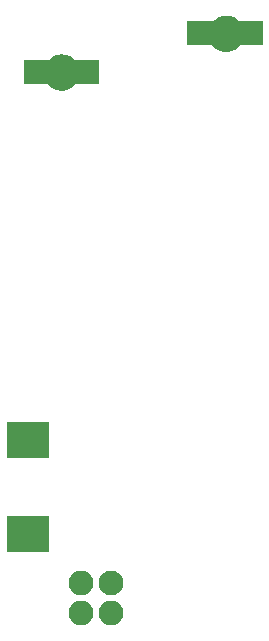
<source format=gbs>
G04 #@! TF.FileFunction,Soldermask,Bot*
%FSLAX46Y46*%
G04 Gerber Fmt 4.6, Leading zero omitted, Abs format (unit mm)*
G04 Created by KiCad (PCBNEW 4.0.7) date 07/19/18 08:55:47*
%MOMM*%
%LPD*%
G01*
G04 APERTURE LIST*
%ADD10C,0.100000*%
%ADD11C,0.010000*%
%ADD12R,2.400000X2.100000*%
%ADD13R,3.600000X3.100000*%
%ADD14C,2.100000*%
%ADD15O,2.100000X2.100000*%
G04 APERTURE END LIST*
D10*
D11*
G36*
X151218531Y-81466120D02*
X151434296Y-81511356D01*
X151641222Y-81587606D01*
X151835480Y-81693827D01*
X152013244Y-81828972D01*
X152170682Y-81991996D01*
X152303968Y-82181854D01*
X152409272Y-82397499D01*
X152471982Y-82592544D01*
X152506395Y-82795409D01*
X152513138Y-83010380D01*
X152492197Y-83219621D01*
X152472634Y-83311508D01*
X152393066Y-83540729D01*
X152277545Y-83754357D01*
X152130343Y-83947084D01*
X151955734Y-84113602D01*
X151757991Y-84248603D01*
X151688800Y-84285130D01*
X151585335Y-84331699D01*
X151476174Y-84373871D01*
X151378478Y-84405269D01*
X151339550Y-84414882D01*
X151191874Y-84435801D01*
X151026210Y-84443290D01*
X150861362Y-84437329D01*
X150716130Y-84417902D01*
X150704550Y-84415468D01*
X150469220Y-84343281D01*
X150251484Y-84235114D01*
X150055097Y-84094637D01*
X149883812Y-83925521D01*
X149741385Y-83731436D01*
X149631568Y-83516052D01*
X149561580Y-83298083D01*
X149539023Y-83155343D01*
X149530442Y-82989745D01*
X149535603Y-82818306D01*
X149554275Y-82658045D01*
X149571466Y-82575892D01*
X149652874Y-82341907D01*
X149772057Y-82125804D01*
X149926888Y-81931330D01*
X149952731Y-81904583D01*
X150141128Y-81741769D01*
X150343657Y-81616244D01*
X150556491Y-81526963D01*
X150775800Y-81472878D01*
X150997756Y-81452946D01*
X151218531Y-81466120D01*
X151218531Y-81466120D01*
G37*
X151218531Y-81466120D02*
X151434296Y-81511356D01*
X151641222Y-81587606D01*
X151835480Y-81693827D01*
X152013244Y-81828972D01*
X152170682Y-81991996D01*
X152303968Y-82181854D01*
X152409272Y-82397499D01*
X152471982Y-82592544D01*
X152506395Y-82795409D01*
X152513138Y-83010380D01*
X152492197Y-83219621D01*
X152472634Y-83311508D01*
X152393066Y-83540729D01*
X152277545Y-83754357D01*
X152130343Y-83947084D01*
X151955734Y-84113602D01*
X151757991Y-84248603D01*
X151688800Y-84285130D01*
X151585335Y-84331699D01*
X151476174Y-84373871D01*
X151378478Y-84405269D01*
X151339550Y-84414882D01*
X151191874Y-84435801D01*
X151026210Y-84443290D01*
X150861362Y-84437329D01*
X150716130Y-84417902D01*
X150704550Y-84415468D01*
X150469220Y-84343281D01*
X150251484Y-84235114D01*
X150055097Y-84094637D01*
X149883812Y-83925521D01*
X149741385Y-83731436D01*
X149631568Y-83516052D01*
X149561580Y-83298083D01*
X149539023Y-83155343D01*
X149530442Y-82989745D01*
X149535603Y-82818306D01*
X149554275Y-82658045D01*
X149571466Y-82575892D01*
X149652874Y-82341907D01*
X149772057Y-82125804D01*
X149926888Y-81931330D01*
X149952731Y-81904583D01*
X150141128Y-81741769D01*
X150343657Y-81616244D01*
X150556491Y-81526963D01*
X150775800Y-81472878D01*
X150997756Y-81452946D01*
X151218531Y-81466120D01*
G36*
X165074334Y-78169143D02*
X165309045Y-78209822D01*
X165532469Y-78286264D01*
X165740710Y-78396280D01*
X165929873Y-78537682D01*
X166096062Y-78708279D01*
X166235379Y-78905883D01*
X166343930Y-79128304D01*
X166372522Y-79207337D01*
X166396245Y-79283547D01*
X166412270Y-79350935D01*
X166422060Y-79421316D01*
X166427075Y-79506500D01*
X166428775Y-79618299D01*
X166428858Y-79662867D01*
X166427935Y-79785884D01*
X166424191Y-79878377D01*
X166416166Y-79952131D01*
X166402398Y-80018932D01*
X166381428Y-80090568D01*
X166372454Y-80117950D01*
X166280860Y-80339128D01*
X166159885Y-80535107D01*
X166007610Y-80711756D01*
X165815120Y-80877577D01*
X165604602Y-81006310D01*
X165379415Y-81096891D01*
X165142923Y-81148255D01*
X164898487Y-81159337D01*
X164674550Y-81134003D01*
X164475164Y-81085489D01*
X164300335Y-81017115D01*
X164139477Y-80923171D01*
X163982000Y-80797945D01*
X163890383Y-80711068D01*
X163798514Y-80616317D01*
X163730347Y-80536961D01*
X163677066Y-80461292D01*
X163629855Y-80377601D01*
X163611156Y-80340200D01*
X163537137Y-80172423D01*
X163488421Y-80018959D01*
X163461144Y-79863438D01*
X163451440Y-79689491D01*
X163451264Y-79662867D01*
X163470171Y-79409120D01*
X163527913Y-79171967D01*
X163624668Y-78951030D01*
X163760612Y-78745931D01*
X163935923Y-78556293D01*
X163997217Y-78501505D01*
X164081497Y-78439970D01*
X164192732Y-78373484D01*
X164317236Y-78308958D01*
X164441327Y-78253301D01*
X164551321Y-78213426D01*
X164586640Y-78203833D01*
X164832234Y-78166417D01*
X165074334Y-78169143D01*
X165074334Y-78169143D01*
G37*
X165074334Y-78169143D02*
X165309045Y-78209822D01*
X165532469Y-78286264D01*
X165740710Y-78396280D01*
X165929873Y-78537682D01*
X166096062Y-78708279D01*
X166235379Y-78905883D01*
X166343930Y-79128304D01*
X166372522Y-79207337D01*
X166396245Y-79283547D01*
X166412270Y-79350935D01*
X166422060Y-79421316D01*
X166427075Y-79506500D01*
X166428775Y-79618299D01*
X166428858Y-79662867D01*
X166427935Y-79785884D01*
X166424191Y-79878377D01*
X166416166Y-79952131D01*
X166402398Y-80018932D01*
X166381428Y-80090568D01*
X166372454Y-80117950D01*
X166280860Y-80339128D01*
X166159885Y-80535107D01*
X166007610Y-80711756D01*
X165815120Y-80877577D01*
X165604602Y-81006310D01*
X165379415Y-81096891D01*
X165142923Y-81148255D01*
X164898487Y-81159337D01*
X164674550Y-81134003D01*
X164475164Y-81085489D01*
X164300335Y-81017115D01*
X164139477Y-80923171D01*
X163982000Y-80797945D01*
X163890383Y-80711068D01*
X163798514Y-80616317D01*
X163730347Y-80536961D01*
X163677066Y-80461292D01*
X163629855Y-80377601D01*
X163611156Y-80340200D01*
X163537137Y-80172423D01*
X163488421Y-80018959D01*
X163461144Y-79863438D01*
X163451440Y-79689491D01*
X163451264Y-79662867D01*
X163470171Y-79409120D01*
X163527913Y-79171967D01*
X163624668Y-78951030D01*
X163760612Y-78745931D01*
X163935923Y-78556293D01*
X163997217Y-78501505D01*
X164081497Y-78439970D01*
X164192732Y-78373484D01*
X164317236Y-78308958D01*
X164441327Y-78253301D01*
X164551321Y-78213426D01*
X164586640Y-78203833D01*
X164832234Y-78166417D01*
X165074334Y-78169143D01*
D12*
X149053801Y-82942200D03*
X153053801Y-82942200D03*
X166893799Y-79634600D03*
X162893799Y-79634600D03*
D13*
X148177200Y-114133201D03*
X148177200Y-122033201D03*
D14*
X155196401Y-126238401D03*
D15*
X155196401Y-128778401D03*
X152656401Y-126238401D03*
X152656401Y-128778401D03*
M02*

</source>
